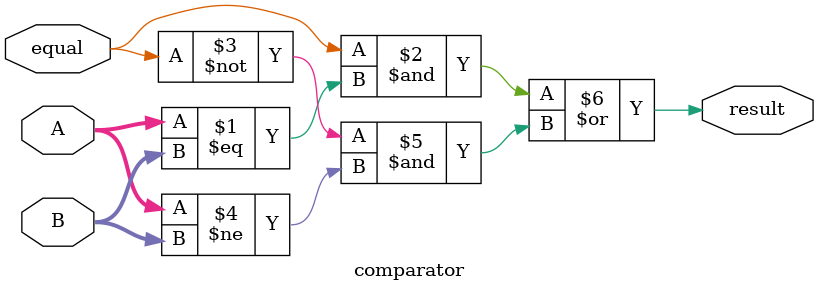
<source format=v>
module comparator(A, B, equal, result);
	input[31:0] A, B;
	input equal;
	output result;
	assign result = (equal&(A == B)) | (~equal&(A != B));
endmodule

</source>
